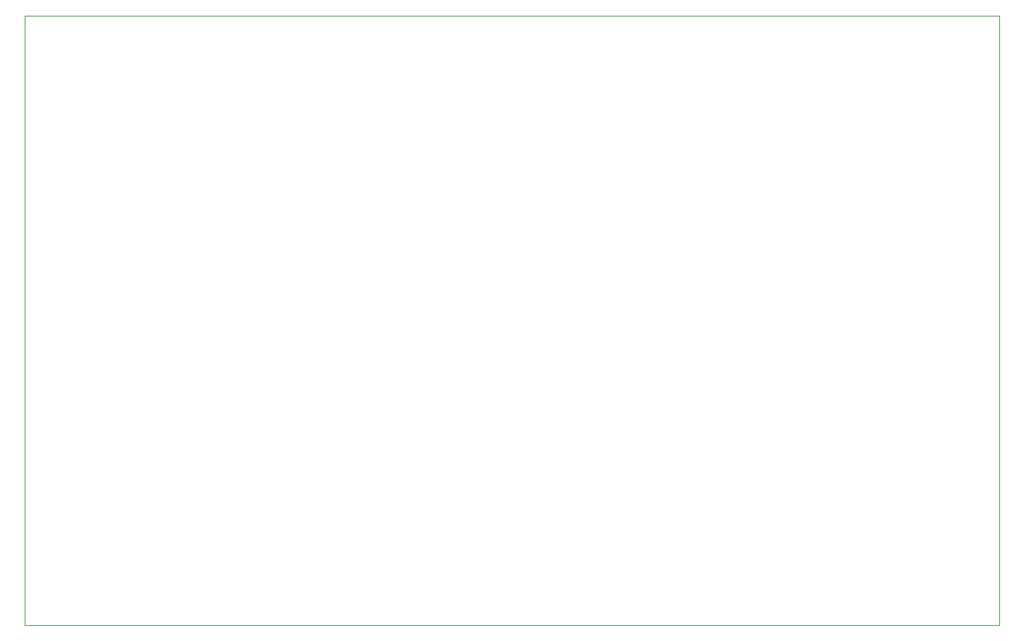
<source format=gbr>
%TF.GenerationSoftware,KiCad,Pcbnew,7.0.6*%
%TF.CreationDate,2023-12-11T13:02:44+00:00*%
%TF.ProjectId,BlankingRelay_Base,426c616e-6b69-46e6-9752-656c61795f42,rev?*%
%TF.SameCoordinates,Original*%
%TF.FileFunction,Profile,NP*%
%FSLAX46Y46*%
G04 Gerber Fmt 4.6, Leading zero omitted, Abs format (unit mm)*
G04 Created by KiCad (PCBNEW 7.0.6) date 2023-12-11 13:02:44*
%MOMM*%
%LPD*%
G01*
G04 APERTURE LIST*
%TA.AperFunction,Profile*%
%ADD10C,0.100000*%
%TD*%
G04 APERTURE END LIST*
D10*
X29413200Y-74930000D02*
X149606000Y-74930000D01*
X149606000Y-150164800D01*
X29413200Y-150164800D01*
X29413200Y-74930000D01*
M02*

</source>
